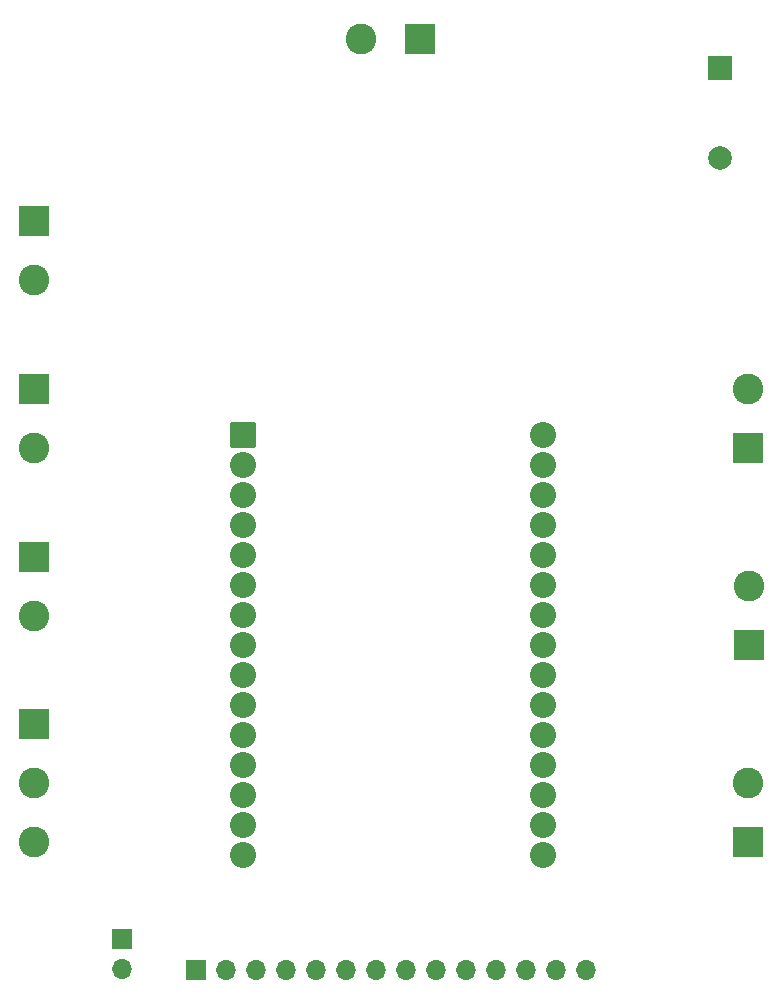
<source format=gbs>
G04 #@! TF.GenerationSoftware,KiCad,Pcbnew,7.0.10*
G04 #@! TF.CreationDate,2024-04-22T09:57:33-04:00*
G04 #@! TF.ProjectId,reflow_oven_board_rev_2,7265666c-6f77-45f6-9f76-656e5f626f61,1.0*
G04 #@! TF.SameCoordinates,Original*
G04 #@! TF.FileFunction,Soldermask,Bot*
G04 #@! TF.FilePolarity,Negative*
%FSLAX46Y46*%
G04 Gerber Fmt 4.6, Leading zero omitted, Abs format (unit mm)*
G04 Created by KiCad (PCBNEW 7.0.10) date 2024-04-22 09:57:33*
%MOMM*%
%LPD*%
G01*
G04 APERTURE LIST*
G04 Aperture macros list*
%AMRoundRect*
0 Rectangle with rounded corners*
0 $1 Rounding radius*
0 $2 $3 $4 $5 $6 $7 $8 $9 X,Y pos of 4 corners*
0 Add a 4 corners polygon primitive as box body*
4,1,4,$2,$3,$4,$5,$6,$7,$8,$9,$2,$3,0*
0 Add four circle primitives for the rounded corners*
1,1,$1+$1,$2,$3*
1,1,$1+$1,$4,$5*
1,1,$1+$1,$6,$7*
1,1,$1+$1,$8,$9*
0 Add four rect primitives between the rounded corners*
20,1,$1+$1,$2,$3,$4,$5,0*
20,1,$1+$1,$4,$5,$6,$7,0*
20,1,$1+$1,$6,$7,$8,$9,0*
20,1,$1+$1,$8,$9,$2,$3,0*%
G04 Aperture macros list end*
%ADD10R,2.600000X2.600000*%
%ADD11C,2.600000*%
%ADD12RoundRect,0.102000X-1.000000X-1.000000X1.000000X-1.000000X1.000000X1.000000X-1.000000X1.000000X0*%
%ADD13C,2.204000*%
%ADD14R,1.700000X1.700000*%
%ADD15O,1.700000X1.700000*%
%ADD16R,2.000000X2.000000*%
%ADD17C,2.000000*%
G04 APERTURE END LIST*
D10*
X113050000Y-82600000D03*
D11*
X113050000Y-87600000D03*
D12*
X130722500Y-86485000D03*
D13*
X130722500Y-89025000D03*
X130722500Y-91565000D03*
X130722500Y-94105000D03*
X130722500Y-96645000D03*
X130722500Y-99185000D03*
X130722500Y-101725000D03*
X130722500Y-104265000D03*
X130722500Y-106805000D03*
X130722500Y-109345000D03*
X130722500Y-111885000D03*
X130722500Y-114425000D03*
X130722500Y-116965000D03*
X130722500Y-119505000D03*
X130722500Y-122045000D03*
X156122500Y-122045000D03*
X156122500Y-119505000D03*
X156122500Y-116965000D03*
X156122500Y-114425000D03*
X156122500Y-111885000D03*
X156122500Y-109345000D03*
X156122500Y-106805000D03*
X156122500Y-104265000D03*
X156122500Y-101725000D03*
X156122500Y-99185000D03*
X156122500Y-96645000D03*
X156122500Y-94105000D03*
X156122500Y-91565000D03*
X156122500Y-89025000D03*
X156122500Y-86485000D03*
D10*
X113050000Y-111000000D03*
D11*
X113050000Y-116000000D03*
X113050000Y-121000000D03*
D10*
X113050000Y-68400000D03*
D11*
X113050000Y-73400000D03*
D10*
X145745000Y-52945000D03*
D11*
X140745000Y-52945000D03*
D10*
X173500000Y-87600000D03*
D11*
X173500000Y-82600000D03*
D10*
X173595000Y-104300000D03*
D11*
X173595000Y-99300000D03*
D14*
X120500000Y-129210000D03*
D15*
X120500000Y-131750000D03*
D16*
X171150000Y-55462500D03*
D17*
X171150000Y-63062500D03*
D10*
X113050000Y-96800000D03*
D11*
X113050000Y-101800000D03*
D10*
X173500000Y-121000000D03*
D11*
X173500000Y-116000000D03*
D14*
X126780000Y-131800000D03*
D15*
X129320000Y-131800000D03*
X131860000Y-131800000D03*
X134400000Y-131800000D03*
X136940000Y-131800000D03*
X139480000Y-131800000D03*
X142020000Y-131800000D03*
X144560000Y-131800000D03*
X147100000Y-131800000D03*
X149640000Y-131800000D03*
X152180000Y-131800000D03*
X154720000Y-131800000D03*
X157260000Y-131800000D03*
X159800000Y-131800000D03*
M02*

</source>
